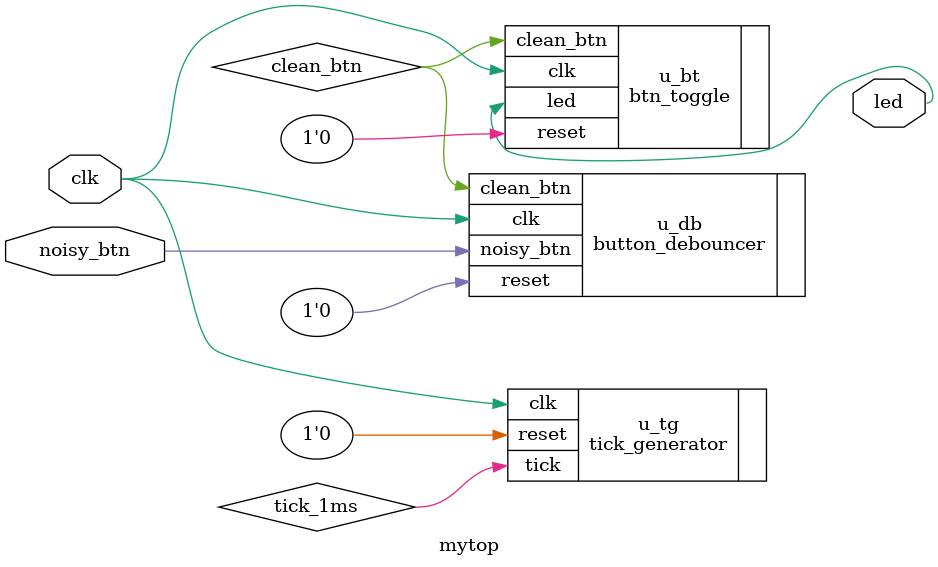
<source format=v>
`timescale 1ns / 1ps

module mytop (
    input  wire clk,     // Basys3 on‐board 100 MHz
    input  wire noisy_btn,    // Basys3 중앙 푸쉬버튼
    output wire led     // Basys3 LED
);

    // 1 ms 틱
    wire tick_1ms;
    tick_generator #(
        .INPUT_FREQ(100_000_000),
        .TICK_HZ   (1000)
    ) u_tg (
        .clk   (clk),
        .reset (1'b0),    // 리셋은 보통 FPGA 리셋 버튼을 쓰지 않으면 상수 0
        .tick  (tick_1ms)
    );

    // 디바운스
    wire clean_btn;
    button_debouncer u_db (
        .clk       (clk),
        .reset     (1'b0),
        .noisy_btn (noisy_btn),
        .clean_btn (clean_btn)
    );

    // 토글(LED)
    btn_toggle u_bt (
        .clk       (clk),
        .reset     (1'b0),
        .clean_btn (clean_btn),
        .led       (led)
    );

endmodule

</source>
